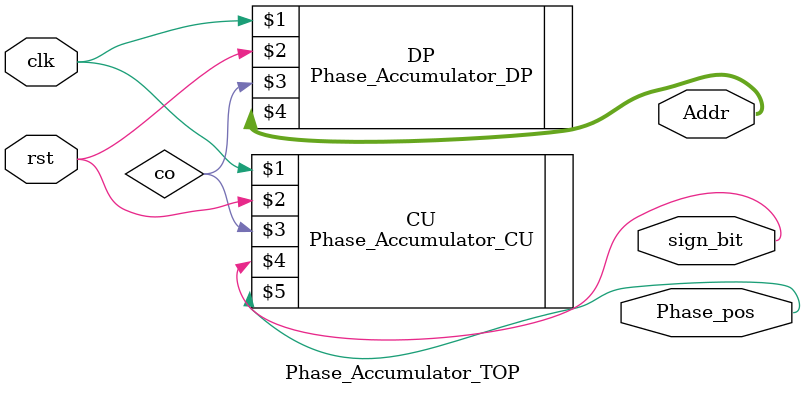
<source format=v>
module Phase_Accumulator_TOP(input clk , rst , output sign_bit , Phase_pos , output [5:0]Addr);

    wire co;

    Phase_Accumulator_DP DP(clk, rst, co, Addr);
    Phase_Accumulator_CU CU(clk , rst, co , sign_bit , Phase_pos);

endmodule

</source>
